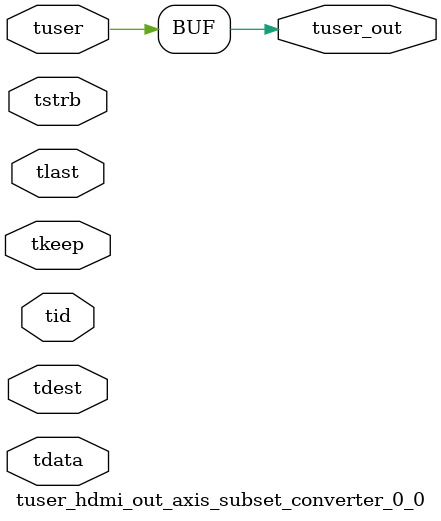
<source format=v>


`timescale 1ps/1ps

module tuser_hdmi_out_axis_subset_converter_0_0 #
(
parameter C_S_AXIS_TUSER_WIDTH = 1,
parameter C_S_AXIS_TDATA_WIDTH = 32,
parameter C_S_AXIS_TID_WIDTH   = 0,
parameter C_S_AXIS_TDEST_WIDTH = 0,
parameter C_M_AXIS_TUSER_WIDTH = 1
)
(
input  [(C_S_AXIS_TUSER_WIDTH == 0 ? 1 : C_S_AXIS_TUSER_WIDTH)-1:0     ] tuser,
input  [(C_S_AXIS_TDATA_WIDTH == 0 ? 1 : C_S_AXIS_TDATA_WIDTH)-1:0     ] tdata,
input  [(C_S_AXIS_TID_WIDTH   == 0 ? 1 : C_S_AXIS_TID_WIDTH)-1:0       ] tid,
input  [(C_S_AXIS_TDEST_WIDTH == 0 ? 1 : C_S_AXIS_TDEST_WIDTH)-1:0     ] tdest,
input  [(C_S_AXIS_TDATA_WIDTH/8)-1:0 ] tkeep,
input  [(C_S_AXIS_TDATA_WIDTH/8)-1:0 ] tstrb,
input                                                                    tlast,
output [C_M_AXIS_TUSER_WIDTH-1:0] tuser_out
);

assign tuser_out = {tuser[0:0]};

endmodule


</source>
